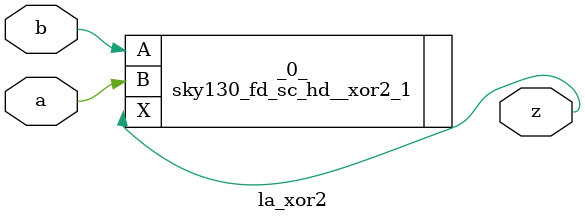
<source format=v>
/* Generated by Yosys 0.37 (git sha1 a5c7f69ed, clang 14.0.0-1ubuntu1.1 -fPIC -Os) */

module la_xor2(a, b, z);
  input a;
  wire a;
  input b;
  wire b;
  output z;
  wire z;
  sky130_fd_sc_hd__xor2_1 _0_ (
    .A(b),
    .B(a),
    .X(z)
  );
endmodule

</source>
